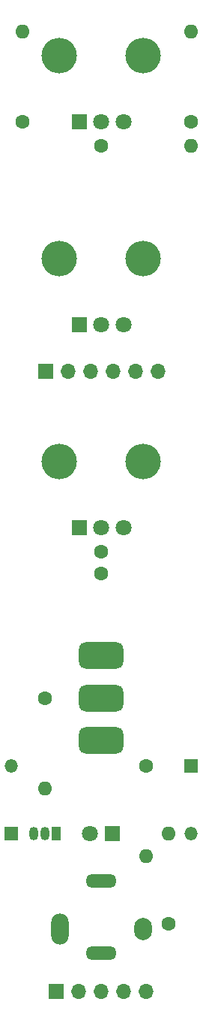
<source format=gbr>
%TF.GenerationSoftware,KiCad,Pcbnew,(6.0.5)*%
%TF.CreationDate,2023-02-15T12:53:25-05:00*%
%TF.ProjectId,wow_and_flutter,776f775f-616e-4645-9f66-6c7574746572,rev?*%
%TF.SameCoordinates,Original*%
%TF.FileFunction,Soldermask,Top*%
%TF.FilePolarity,Negative*%
%FSLAX46Y46*%
G04 Gerber Fmt 4.6, Leading zero omitted, Abs format (unit mm)*
G04 Created by KiCad (PCBNEW (6.0.5)) date 2023-02-15 12:53:25*
%MOMM*%
%LPD*%
G01*
G04 APERTURE LIST*
G04 Aperture macros list*
%AMRoundRect*
0 Rectangle with rounded corners*
0 $1 Rounding radius*
0 $2 $3 $4 $5 $6 $7 $8 $9 X,Y pos of 4 corners*
0 Add a 4 corners polygon primitive as box body*
4,1,4,$2,$3,$4,$5,$6,$7,$8,$9,$2,$3,0*
0 Add four circle primitives for the rounded corners*
1,1,$1+$1,$2,$3*
1,1,$1+$1,$4,$5*
1,1,$1+$1,$6,$7*
1,1,$1+$1,$8,$9*
0 Add four rect primitives between the rounded corners*
20,1,$1+$1,$2,$3,$4,$5,0*
20,1,$1+$1,$4,$5,$6,$7,0*
20,1,$1+$1,$6,$7,$8,$9,0*
20,1,$1+$1,$8,$9,$2,$3,0*%
G04 Aperture macros list end*
%ADD10C,1.600000*%
%ADD11R,1.500000X1.500000*%
%ADD12O,1.500000X1.500000*%
%ADD13O,1.600000X1.600000*%
%ADD14R,1.700000X1.700000*%
%ADD15O,1.700000X1.700000*%
%ADD16O,4.000000X4.000000*%
%ADD17R,1.800000X1.800000*%
%ADD18C,1.800000*%
%ADD19O,2.000000X3.500000*%
%ADD20O,2.000000X2.500000*%
%ADD21O,3.500000X1.500000*%
%ADD22RoundRect,0.750000X1.750000X0.750000X-1.750000X0.750000X-1.750000X-0.750000X1.750000X-0.750000X0*%
%ADD23R,1.050000X1.500000*%
%ADD24O,1.050000X1.500000*%
G04 APERTURE END LIST*
D10*
%TO.C,C15*%
X139700000Y-99020000D03*
X139700000Y-96520000D03*
%TD*%
D11*
%TO.C,D5*%
X129540000Y-128275000D03*
D12*
X129540000Y-120655000D03*
%TD*%
D10*
%TO.C,R6*%
X149860000Y-48140000D03*
D13*
X149860000Y-37980000D03*
%TD*%
D14*
%TO.C,J4*%
X134620000Y-146050000D03*
D15*
X137160000Y-146050000D03*
X139700000Y-146050000D03*
X142240000Y-146050000D03*
X144780000Y-146050000D03*
%TD*%
D11*
%TO.C,D4*%
X149860000Y-120650000D03*
D12*
X149860000Y-128270000D03*
%TD*%
D16*
%TO.C,RV3*%
X134950000Y-86360000D03*
X144450000Y-86360000D03*
D17*
X137200000Y-93860000D03*
D18*
X139700000Y-93860000D03*
X142200000Y-93860000D03*
%TD*%
D19*
%TO.C,J2*%
X135000000Y-139030000D03*
D20*
X144400000Y-139030000D03*
D21*
X139700000Y-133630000D03*
X139700000Y-141730000D03*
%TD*%
D10*
%TO.C,R25*%
X133350000Y-113030000D03*
D13*
X133350000Y-123190000D03*
%TD*%
D10*
%TO.C,R24*%
X144780000Y-120650000D03*
D13*
X144780000Y-130810000D03*
%TD*%
D16*
%TO.C,RV4*%
X134950000Y-63500000D03*
X144450000Y-63500000D03*
D17*
X137200000Y-71000000D03*
D18*
X139700000Y-71000000D03*
X142200000Y-71000000D03*
%TD*%
D10*
%TO.C,R1*%
X130810000Y-48140000D03*
D13*
X130810000Y-37980000D03*
%TD*%
D22*
%TO.C,SW1*%
X139700000Y-117780000D03*
X139700000Y-113030000D03*
X139700000Y-108280000D03*
%TD*%
D23*
%TO.C,Q3*%
X134620000Y-128270000D03*
D24*
X133350000Y-128270000D03*
X132080000Y-128270000D03*
%TD*%
D10*
%TO.C,R26*%
X147320000Y-138430000D03*
D13*
X147320000Y-128270000D03*
%TD*%
D17*
%TO.C,D3*%
X140970000Y-128270000D03*
D18*
X138430000Y-128270000D03*
%TD*%
D10*
%TO.C,R2*%
X139700000Y-50800000D03*
D13*
X149860000Y-50800000D03*
%TD*%
D16*
%TO.C,RV1*%
X144450000Y-40640000D03*
X134950000Y-40640000D03*
D17*
X137200000Y-48140000D03*
D18*
X139700000Y-48140000D03*
X142200000Y-48140000D03*
%TD*%
D14*
%TO.C,J6*%
X133375000Y-76200000D03*
D15*
X135915000Y-76200000D03*
X138455000Y-76200000D03*
X140995000Y-76200000D03*
X143535000Y-76200000D03*
X146075000Y-76200000D03*
%TD*%
M02*

</source>
